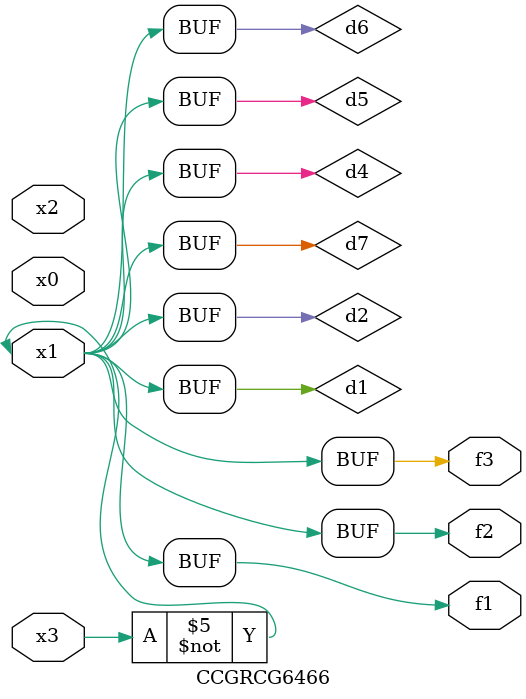
<source format=v>
module CCGRCG6466(
	input x0, x1, x2, x3,
	output f1, f2, f3
);

	wire d1, d2, d3, d4, d5, d6, d7;

	not (d1, x3);
	buf (d2, x1);
	xnor (d3, d1, d2);
	nor (d4, d1);
	buf (d5, d1, d2);
	buf (d6, d4, d5);
	nand (d7, d4);
	assign f1 = d6;
	assign f2 = d7;
	assign f3 = d6;
endmodule

</source>
